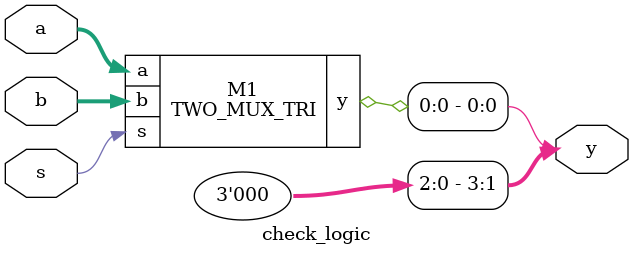
<source format=sv>
`timescale 1ns / 1ps

//TRISTATE
module TRI_STATE(input logic mode, s, input logic [3:0] a, output logic[3:0] y); 

//mode = 1: active high, select line:s
//mode = 0: active_low, select line:s
//expample 
//TRI_STATE T1(.mode(1'b1), .a(4'b0000), .s(1'b1), .y(output)); active high
//TRI_STATE T1(.mode(0'b1), .a(4'b0000), .s(0'b1), .y(output)); active low
assign y = mode? (s? a : 4'bzzzz)/*active_high*/ : (~s? a : 4'bzzzz)/*active_low*/;
endmodule



//2_MUX_TRISTATE
module TWO_MUX_TRI(input logic [3:0] a, b, input logic s, output y);
TRI_STATE t1(.mode(1'b0), .a(a), .s(s), .y(y)); //active low, output y(Driver 1)
//TRI_STATE t2(.mode(1'b1), .a(b), .s(s), .y(y)); //active high, output y(Driver 2)

endmodule


//verify muiltple drivers
module check_logic(
        //Define I/O ports 
        input logic [3:0] a, b,
        input logic s,
        output logic [3:0] y
);
TWO_MUX_TRI M1(.a(a), .b(b), .s(s), .y(y));// check logic--multiple driver case
endmodule

</source>
